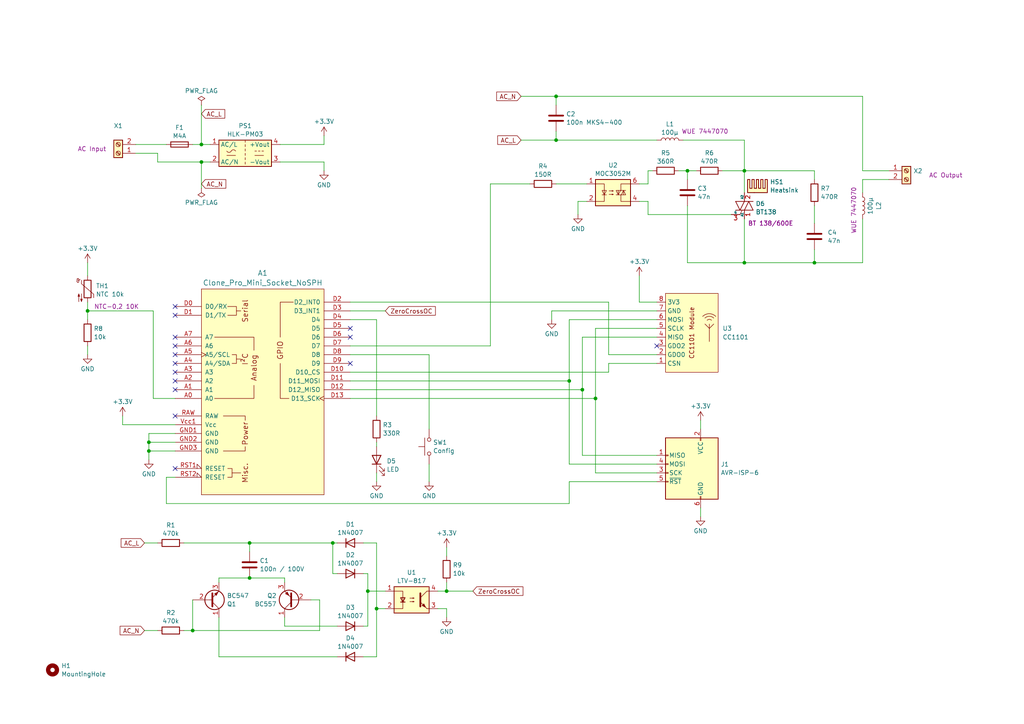
<source format=kicad_sch>
(kicad_sch (version 20231120) (generator "eeschema") (generator_version "8.0")
  (paper "A4")
  (title_block (title "Homematic Phasenanschnittdimmer") (date "2023-12-26") (rev "C (06.04.24)") (company "-") (comment 1 "AsksinPP HM-LC-DIm1L-CV") (comment 2 "RevB: swapped D3 with D7 (ZC, Fire), NTC pinned to 3.3V, MOC3052") (comment 3 "RevC: changed wrong Symbol for TRIAC D6 (1=A1/2=A2)"))
  (lib_symbols
    (symbol "Connector:AVR-ISP-6" (pin_names (offset 1.016))
      (property "Reference" "J" (at -6.35 11.43 0))
      (property "Value" "AVR-ISP-6" (at 0 11.43 0))
      (symbol "AVR-ISP-6_0_1"
        (rectangle (start -2.667 -6.858) (end -2.413 -7.62))
        (rectangle (start -2.667 10.16) (end -2.413 9.398))
        (rectangle (start 7.62 -2.413) (end 6.858 -2.667))
        (rectangle (start 7.62 0.127) (end 6.858 -0.127))
        (rectangle (start 7.62 2.667) (end 6.858 2.413))
        (rectangle (start 7.62 5.207) (end 6.858 4.953))
        (rectangle (start 7.62 10.16) (end -7.62 -7.62) (stroke (width 0.254)) (fill (type background)))
      )
      (symbol "AVR-ISP-6_1_1"
        (pin passive line (at 10.16 5.08 180) (length 2.54) (name "MISO") (number "1"))
        (pin passive line (at -2.54 12.7 270) (length 2.54) (name "VCC") (number "2"))
        (pin passive line (at 10.16 0 180) (length 2.54) (name "SCK") (number "3"))
        (pin passive line (at 10.16 2.54 180) (length 2.54) (name "MOSI") (number "4"))
        (pin passive line (at 10.16 -2.54 180) (length 2.54) (name "~{RST}") (number "5"))
        (pin passive line (at -2.54 -10.16 90) (length 2.54) (name "GND") (number "6"))
      )
    )
    (symbol "Connector:Screw_Terminal_01x02" (pin_names (offset 1.016) hide)
      (property "Reference" "J" (at 0 2.54 0))
      (property "Value" "Screw_Terminal_01x02" (at 0 -5.08 0))
      (symbol "Screw_Terminal_01x02_1_1"
        (rectangle (start -1.27 1.27) (end 1.27 -3.81) (stroke (width 0.254)) (fill (type background)))
        (circle (center 0 -2.54) (radius 0.635) (stroke (width 0.1524)))
        (polyline (pts (xy -0.5334 -2.2098) (xy 0.3302 -3.048)) (stroke (width 0.1524)))
        (polyline (pts (xy -0.5334 0.3302) (xy 0.3302 -0.508)) (stroke (width 0.1524)))
        (polyline (pts (xy -0.3556 -2.032) (xy 0.508 -2.8702)) (stroke (width 0.1524)))
        (polyline (pts (xy -0.3556 0.508) (xy 0.508 -0.3302)) (stroke (width 0.1524)))
        (circle (center 0 0) (radius 0.635) (stroke (width 0.1524)))
        (pin passive line (at -5.08 0 0) (length 3.81) (name "Pin_1") (number "1"))
        (pin passive line (at -5.08 -2.54 0) (length 3.81) (name "Pin_2") (number "2"))
      )
    )
    (symbol "Converter_ACDC:HLK-PM03"
      (property "Reference" "PS" (at 0 5.08 0))
      (property "Value" "HLK-PM03" (at 0 -5.08 0))
      (symbol "HLK-PM03_0_1"
        (rectangle (start -7.62 3.81) (end 7.62 -3.81) (stroke (width 0.254)) (fill (type background)))
        (arc (start -5.334 0.635) (mid -4.699 0.2495) (end -4.064 0.635))
        (arc (start -2.794 0.635) (mid -3.429 1.0072) (end -4.064 0.635))
        (polyline (pts (xy -5.334 -0.635) (xy -2.794 -0.635)))
        (polyline (pts (xy 0 -2.54) (xy 0 -3.175)))
        (polyline (pts (xy 0 -1.27) (xy 0 -1.905)))
        (polyline (pts (xy 0 0) (xy 0 -0.635)))
        (polyline (pts (xy 0 1.27) (xy 0 0.635)))
        (polyline (pts (xy 0 2.54) (xy 0 1.905)))
        (polyline (pts (xy 0 3.81) (xy 0 3.175)))
        (polyline (pts (xy 2.794 -0.635) (xy 5.334 -0.635)))
        (polyline (pts (xy 2.794 0.635) (xy 3.302 0.635)))
        (polyline (pts (xy 3.81 0.635) (xy 4.318 0.635)))
        (polyline (pts (xy 4.826 0.635) (xy 5.334 0.635)))
      )
      (symbol "HLK-PM03_1_1"
        (pin power_in line (at -10.16 2.54 0) (length 2.54) (name "AC/L") (number "1"))
        (pin power_in line (at -10.16 -2.54 0) (length 2.54) (name "AC/N") (number "2"))
        (pin power_out line (at 10.16 -2.54 180) (length 2.54) (name "-Vout") (number "3"))
        (pin power_out line (at 10.16 2.54 180) (length 2.54) (name "+Vout") (number "4"))
      )
    )
    (symbol "Device:C" (pin_numbers hide) (pin_names (offset 0.254))
      (property "Reference" "C" (at 0.635 2.54 0))
      (property "Value" "C" (at 0.635 -2.54 0))
      (symbol "C_0_1"
        (polyline (pts (xy -2.032 -0.762) (xy 2.032 -0.762)) (stroke (width 0.508)))
        (polyline (pts (xy -2.032 0.762) (xy 2.032 0.762)) (stroke (width 0.508)))
      )
      (symbol "C_1_1"
        (pin passive line (at 0 3.81 270) (length 2.794) (name "~") (number "1"))
        (pin passive line (at 0 -3.81 90) (length 2.794) (name "~") (number "2"))
      )
    )
    (symbol "Device:Fuse" (pin_numbers hide) (pin_names (offset 0))
      (property "Reference" "F" (at 2.032 0 90))
      (property "Value" "Fuse" (at -1.905 0 90))
      (symbol "Fuse_0_1"
        (rectangle (start -0.762 -2.54) (end 0.762 2.54) (stroke (width 0.254)))
        (polyline (pts (xy 0 2.54) (xy 0 -2.54)))
      )
      (symbol "Fuse_1_1"
        (pin passive line (at 0 3.81 270) (length 1.27) (name "~") (number "1"))
        (pin passive line (at 0 -3.81 90) (length 1.27) (name "~") (number "2"))
      )
    )
    (symbol "Device:L" (pin_numbers hide) (pin_names (offset 1.016) hide)
      (property "Reference" "L" (at -1.27 0 90))
      (property "Value" "L" (at 1.905 0 90))
      (symbol "L_0_1"
        (arc (start 0 -2.54) (mid 0.6323 -1.905) (end 0 -1.27))
        (arc (start 0 -1.27) (mid 0.6323 -0.635) (end 0 0))
        (arc (start 0 0) (mid 0.6323 0.635) (end 0 1.27))
        (arc (start 0 1.27) (mid 0.6323 1.905) (end 0 2.54))
      )
      (symbol "L_1_1"
        (pin passive line (at 0 3.81 270) (length 1.27) (name "1") (number "1"))
        (pin passive line (at 0 -3.81 90) (length 1.27) (name "2") (number "2"))
      )
    )
    (symbol "Device:LED" (pin_numbers hide) (pin_names (offset 1.016) hide)
      (property "Reference" "D" (at 0 2.54 0))
      (property "Value" "LED" (at 0 -2.54 0))
      (symbol "LED_0_1"
        (polyline (pts (xy -1.27 -1.27) (xy -1.27 1.27)) (stroke (width 0.254)))
        (polyline (pts (xy -1.27 0) (xy 1.27 0)))
        (polyline (pts (xy 1.27 -1.27) (xy 1.27 1.27) (xy -1.27 0) (xy 1.27 -1.27)) (stroke (width 0.254)))
        (polyline (pts (xy -3.048 -0.762) (xy -4.572 -2.286) (xy -3.81 -2.286) (xy -4.572 -2.286) (xy -4.572 -1.524)))
        (polyline (pts (xy -1.778 -0.762) (xy -3.302 -2.286) (xy -2.54 -2.286) (xy -3.302 -2.286) (xy -3.302 -1.524)))
      )
      (symbol "LED_1_1"
        (pin passive line (at -3.81 0 0) (length 2.54) (name "K") (number "1"))
        (pin passive line (at 3.81 0 180) (length 2.54) (name "A") (number "2"))
      )
    )
    (symbol "Device:Q_TRIAC_A1A2G" (pin_names (offset 0))
      (property "Reference" "D" (at 3.175 0.635 0))
      (property "Value" "Q_TRIAC_A1A2G" (at 3.175 -1.27 0))
      (symbol "Q_TRIAC_A1A2G_0_1"
        (polyline (pts (xy -2.54 -1.27) (xy 2.54 -1.27)) (stroke (width 0.2032)))
        (polyline (pts (xy -2.54 1.27) (xy 2.54 1.27)) (stroke (width 0.2032)))
        (polyline (pts (xy -1.27 -2.54) (xy -0.635 -1.27)))
        (polyline (pts (xy -2.54 1.27) (xy -1.27 -1.27) (xy 0 1.27)) (stroke (width 0.2032)))
        (polyline (pts (xy 0 -1.27) (xy 1.27 1.27) (xy 2.54 -1.27)) (stroke (width 0.2032)))
      )
      (symbol "Q_TRIAC_A1A2G_1_1"
        (pin passive line (at 0 -3.81 90) (length 2.54) (name "A1") (number "1"))
        (pin passive line (at 0 3.81 270) (length 2.54) (name "A2") (number "2"))
        (pin input line (at -3.81 -2.54 0) (length 2.54) (name "G") (number "3"))
      )
    )
    (symbol "Device:R" (pin_numbers hide) (pin_names (offset 0))
      (property "Reference" "R" (at 2.032 0 90))
      (property "Value" "R" (at 0 0 90))
      (symbol "R_0_1"
        (rectangle (start -1.016 -2.54) (end 1.016 2.54) (stroke (width 0.254)))
      )
      (symbol "R_1_1"
        (pin passive line (at 0 3.81 270) (length 1.27) (name "~") (number "1"))
        (pin passive line (at 0 -3.81 90) (length 1.27) (name "~") (number "2"))
      )
    )
    (symbol "Device:Thermistor_NTC" (pin_numbers hide) (pin_names (offset 0))
      (property "Reference" "TH" (at -4.445 0 90))
      (property "Value" "Thermistor_NTC" (at 3.175 0 90))
      (symbol "Thermistor_NTC_0_1"
        (arc (start -3.048 2.159) (mid -3.0495 2.3143) (end -3.175 2.413))
        (arc (start -3.048 2.159) (mid -2.9736 1.9794) (end -2.794 1.905))
        (arc (start -3.048 2.794) (mid -2.9736 2.6144) (end -2.794 2.54))
        (arc (start -2.794 1.905) (mid -2.6144 1.9794) (end -2.54 2.159))
        (arc (start -2.794 2.54) (mid -2.4393 2.5587) (end -2.159 2.794))
        (arc (start -2.794 3.048) (mid -2.9736 2.9736) (end -3.048 2.794))
        (arc (start -2.54 2.794) (mid -2.6144 2.9736) (end -2.794 3.048))
        (rectangle (start -1.016 2.54) (end 1.016 -2.54) (stroke (width 0.254)))
        (polyline (pts (xy -2.54 2.159) (xy -2.54 2.794)))
        (polyline (pts (xy -1.778 2.54) (xy -1.778 1.524) (xy 1.778 -1.524) (xy 1.778 -2.54)))
        (polyline (pts (xy -2.54 -3.683) (xy -2.54 -1.397) (xy -2.794 -2.159) (xy -2.286 -2.159) (xy -2.54 -1.397) (xy -2.54 -1.651)) (fill (type outline)))
        (polyline (pts (xy -1.778 -1.397) (xy -1.778 -3.683) (xy -2.032 -2.921) (xy -1.524 -2.921) (xy -1.778 -3.683) (xy -1.778 -3.429)) (fill (type outline)))
      )
      (symbol "Thermistor_NTC_1_1"
        (pin passive line (at 0 3.81 270) (length 1.27) (name "~") (number "1"))
        (pin passive line (at 0 -3.81 90) (length 1.27) (name "~") (number "2"))
      )
    )
    (symbol "Diode:1N4007" (pin_numbers hide) (pin_names hide)
      (property "Reference" "D" (at 0 2.54 0))
      (property "Value" "1N4007" (at 0 -2.54 0))
      (symbol "1N4007_0_1"
        (polyline (pts (xy -1.27 1.27) (xy -1.27 -1.27)) (stroke (width 0.254)))
        (polyline (pts (xy 1.27 0) (xy -1.27 0)))
        (polyline (pts (xy 1.27 1.27) (xy 1.27 -1.27) (xy -1.27 0) (xy 1.27 1.27)) (stroke (width 0.254)))
      )
      (symbol "1N4007_1_1"
        (pin passive line (at -3.81 0 0) (length 2.54) (name "K") (number "1"))
        (pin passive line (at 3.81 0 180) (length 2.54) (name "A") (number "2"))
      )
    )
    (symbol "Eigenes:CC1101Module"
      (property "Reference" "U2" (at 8.89 1.27 0))
      (property "Value" "CC1101" (at 12.7 -1.27 0))
      (symbol "CC1101Module_0_1"
        (polyline (pts (xy 5.08 1.27) (xy 5.08 2.54)))
        (polyline (pts (xy 5.08 1.27) (xy 6.35 2.54)))
        (polyline (pts (xy 5.08 -2.54) (xy 5.08 1.27) (xy 3.81 2.54)))
        (arc (start 5.7105 3.6253) (mid 5.0755 3.8883) (end 4.4405 3.6253))
        (arc (start 6.3455 4.2604) (mid 5.0755 4.7864) (end 3.8055 4.2604))
        (arc (start 6.9543 4.7403) (mid 5.0493 5.5287) (end 3.1443 4.7403))
      )
      (symbol "CC1101Module_1_1"
        (rectangle (start -7.62 11.43) (end 7.62 -11.43) (fill (type background)))
        (text "CC1101 Module" (at 0 0 900) (effects (font (size 1.27 1.27))))
        (pin input line (at -10.16 -8.89 0) (length 2.54) (name "CSN") (number "1"))
        (pin no_connect line (at 7.62 -7.62 180) (length 2.54) hide (name "Antenna") (number "10"))
        (pin no_connect line (at 7.62 -5.08 180) (length 2.54) hide (name "GNDA2") (number "11"))
        (pin output line (at -10.16 -6.35 0) (length 2.54) (name "GDO0") (number "2"))
        (pin output line (at -10.16 -3.81 0) (length 2.54) (name "GDO2") (number "3"))
        (pin output line (at -10.16 -1.27 0) (length 2.54) (name "MISO") (number "4"))
        (pin input line (at -10.16 1.27 0) (length 2.54) (name "SCLK") (number "5"))
        (pin input line (at -10.16 3.81 0) (length 2.54) (name "MOSI") (number "6"))
        (pin power_in line (at -10.16 6.35 0) (length 2.54) (name "GND") (number "7"))
        (pin power_in line (at -10.16 8.89 0) (length 2.54) (name "3V3") (number "8"))
        (pin no_connect line (at 7.62 -10.16 180) (length 2.54) hide (name "GNDA1") (number "9"))
      )
    )
    (symbol "Isolator:LTV-817" (pin_names (offset 1.016))
      (property "Reference" "U" (at -5.08 5.08 0))
      (property "Value" "LTV-817" (at 0 5.08 0))
      (symbol "LTV-817_0_1"
        (rectangle (start -5.08 3.81) (end 5.08 -3.81) (stroke (width 0.254)) (fill (type background)))
        (polyline (pts (xy -3.175 -0.635) (xy -1.905 -0.635)) (stroke (width 0.254)))
        (polyline (pts (xy 2.54 0.635) (xy 4.445 2.54)))
        (polyline (pts (xy 4.445 -2.54) (xy 2.54 -0.635)) (fill (type outline)))
        (polyline (pts (xy 4.445 -2.54) (xy 5.08 -2.54)))
        (polyline (pts (xy 4.445 2.54) (xy 5.08 2.54)))
        (polyline (pts (xy -5.08 2.54) (xy -2.54 2.54) (xy -2.54 -0.762)))
        (polyline (pts (xy -2.54 -0.635) (xy -2.54 -2.54) (xy -5.08 -2.54)))
        (polyline (pts (xy 2.54 1.905) (xy 2.54 -1.905) (xy 2.54 -1.905)) (stroke (width 0.508)))
        (polyline (pts (xy -2.54 -0.635) (xy -3.175 0.635) (xy -1.905 0.635) (xy -2.54 -0.635)) (stroke (width 0.254)))
        (polyline (pts (xy -0.508 -0.508) (xy 0.762 -0.508) (xy 0.381 -0.635) (xy 0.381 -0.381) (xy 0.762 -0.508)))
        (polyline (pts (xy -0.508 0.508) (xy 0.762 0.508) (xy 0.381 0.381) (xy 0.381 0.635) (xy 0.762 0.508)))
        (polyline (pts (xy 3.048 -1.651) (xy 3.556 -1.143) (xy 4.064 -2.159) (xy 3.048 -1.651) (xy 3.048 -1.651)) (fill (type outline)))
      )
      (symbol "LTV-817_1_1"
        (pin passive line (at -7.62 2.54 0) (length 2.54) (name "~") (number "1"))
        (pin passive line (at -7.62 -2.54 0) (length 2.54) (name "~") (number "2"))
        (pin passive line (at 7.62 -2.54 180) (length 2.54) (name "~") (number "3"))
        (pin passive line (at 7.62 2.54 180) (length 2.54) (name "~") (number "4"))
      )
    )
    (symbol "Mechanical:Heatsink" (pin_names (offset 1.016))
      (property "Reference" "HS" (at 0 5.08 0))
      (property "Value" "Heatsink" (at 0 -1.27 0))
      (symbol "Heatsink_0_1"
        (polyline (pts (xy -0.3302 1.27) (xy -0.9652 1.27) (xy -0.9652 3.81) (xy -1.6002 3.81) (xy -1.6002 1.27) (xy -2.2352 1.27) (xy -2.2352 3.81) (xy -2.8702 3.81) (xy -2.8702 0) (xy -0.9652 0)) (stroke (width 0.254)) (fill (type background)))
        (polyline (pts (xy -0.3302 1.27) (xy -0.3302 3.81) (xy 0.3048 3.81) (xy 0.3048 1.27) (xy 0.9398 1.27) (xy 0.9398 3.81) (xy 1.5748 3.81) (xy 1.5748 1.27) (xy 2.2098 1.27) (xy 2.2098 3.81) (xy 2.8448 3.81) (xy 2.8448 0) (xy -0.9652 0)) (stroke (width 0.254)) (fill (type background)))
      )
    )
    (symbol "Mechanical:MountingHole" (pin_names (offset 1.016))
      (property "Reference" "H" (at 0 5.08 0))
      (property "Value" "MountingHole" (at 0 3.175 0))
      (symbol "MountingHole_0_1"
        (circle (center 0 0) (radius 1.27) (stroke (width 1.27)))
      )
    )
    (symbol "PCM_arduino-library:Clone_Pro_Mini_Socket_NoSPH" (pin_names (offset 1.016))
      (property "Reference" "A" (at 0 36.83 0))
      (property "Value" "Clone_Pro_Mini_Socket_NoSPH" (at 0 33.02 0))
      (symbol "Clone_Pro_Mini_Socket_NoSPH_0_0"
        (rectangle (start -17.78 30.48) (end 17.78 -29.21) (fill (type background)))
        (polyline (pts (xy -7.62 10.16) (xy -6.35 10.16)))
        (polyline (pts (xy -7.62 24.13) (xy -6.35 24.13)))
        (polyline (pts (xy -6.35 -22.86) (xy -8.89 -22.86)))
        (polyline (pts (xy -11.43 -16.51) (xy -5.08 -16.51) (xy -5.08 -15.24)))
        (polyline (pts (xy -5.08 -7.62) (xy -5.08 -6.35) (xy -11.43 -6.35)))
        (polyline (pts (xy -2.54 2.54) (xy -2.54 -1.27) (xy -13.97 -1.27)))
        (polyline (pts (xy -2.54 12.7) (xy -2.54 16.51) (xy -13.97 16.51)))
        (polyline (pts (xy -10.16 25.4) (xy -7.62 25.4) (xy -7.62 22.86) (xy -10.16 22.86)))
        (polyline (pts (xy -8.89 11.43) (xy -7.62 11.43) (xy -7.62 8.89) (xy -8.89 8.89)))
        (text "Analog" (at -2.54 7.62 900) (effects (font (size 1.524 1.524))))
        (text "I²C" (at -5.08 10.16 900) (effects (font (size 1.524 1.524))))
        (text "Misc." (at -5.08 -22.86 900) (effects (font (size 1.524 1.524))))
        (text "Power" (at -5.08 -11.43 900) (effects (font (size 1.524 1.524))))
        (text "Serial" (at -5.08 24.13 900) (effects (font (size 1.524 1.524))))
      )
      (symbol "Clone_Pro_Mini_Socket_NoSPH_0_1"
        (polyline (pts (xy 7.62 -1.27) (xy 5.08 -1.27) (xy 5.08 8.89)))
        (polyline (pts (xy 8.89 26.67) (xy 5.08 26.67) (xy 5.08 16.51)))
        (polyline (pts (xy -10.16 -24.13) (xy -8.89 -24.13) (xy -8.89 -21.59) (xy -10.16 -21.59)))
      )
      (symbol "Clone_Pro_Mini_Socket_NoSPH_1_0"
        (text "GPIO" (at 5.08 12.7 900) (effects (font (size 1.524 1.524))))
      )
      (symbol "Clone_Pro_Mini_Socket_NoSPH_1_1"
        (pin bidirectional line (at -25.4 -1.27 0) (length 7.62) (name "A0") (number "A0"))
        (pin bidirectional line (at -25.4 1.27 0) (length 7.62) (name "A1") (number "A1"))
        (pin bidirectional line (at -25.4 3.81 0) (length 7.62) (name "A2") (number "A2"))
        (pin bidirectional line (at -25.4 6.35 0) (length 7.62) (name "A3") (number "A3"))
        (pin bidirectional line (at -25.4 8.89 0) (length 7.62) (name "A4/SDA") (number "A4"))
        (pin bidirectional clock (at -25.4 11.43 0) (length 7.62) (name "A5/SCL") (number "A5"))
        (pin input line (at -25.4 13.97 0) (length 7.62) (name "A6") (number "A6"))
        (pin input line (at -25.4 16.51 0) (length 7.62) (name "A7") (number "A7"))
        (pin bidirectional line (at -25.4 25.4 0) (length 7.62) (name "D0/RX") (number "D0"))
        (pin bidirectional line (at -25.4 22.86 0) (length 7.62) (name "D1/TX") (number "D1"))
        (pin bidirectional line (at 25.4 6.35 180) (length 7.62) (name "D10_CS") (number "D10"))
        (pin bidirectional line (at 25.4 3.81 180) (length 7.62) (name "D11_MOSI") (number "D11"))
        (pin bidirectional line (at 25.4 1.27 180) (length 7.62) (name "D12_MISO") (number "D12"))
        (pin bidirectional clock (at 25.4 -1.27 180) (length 7.62) (name "D13_SCK") (number "D13"))
        (pin bidirectional line (at 25.4 26.67 180) (length 7.62) (name "D2_INT0") (number "D2"))
        (pin bidirectional line (at 25.4 24.13 180) (length 7.62) (name "D3_INT1") (number "D3"))
        (pin bidirectional line (at 25.4 21.59 180) (length 7.62) (name "D4") (number "D4"))
        (pin bidirectional line (at 25.4 19.05 180) (length 7.62) (name "D5") (number "D5"))
        (pin bidirectional line (at 25.4 16.51 180) (length 7.62) (name "D6") (number "D6"))
        (pin bidirectional line (at 25.4 13.97 180) (length 7.62) (name "D7") (number "D7"))
        (pin bidirectional line (at 25.4 11.43 180) (length 7.62) (name "D8") (number "D8"))
        (pin bidirectional line (at 25.4 8.89 180) (length 7.62) (name "D9") (number "D9"))
        (pin power_in line (at -25.4 -11.43 0) (length 7.62) (name "GND") (number "GND1"))
        (pin power_in line (at -25.4 -13.97 0) (length 7.62) (name "GND") (number "GND2"))
        (pin power_in line (at -25.4 -16.51 0) (length 7.62) (name "GND") (number "GND3"))
        (pin power_in line (at -25.4 -6.35 0) (length 7.62) (name "RAW") (number "RAW"))
        (pin open_collector input_low (at -25.4 -21.59 0) (length 7.62) (name "RESET") (number "RST1"))
        (pin open_collector input_low (at -25.4 -24.13 0) (length 7.62) (name "RESET") (number "RST2"))
        (pin power_in line (at -25.4 -8.89 0) (length 7.62) (name "Vcc") (number "Vcc1"))
      )
    )
    (symbol "Relay_SolidState:MOC3020M"
      (property "Reference" "U" (at -5.334 4.826 0))
      (property "Value" "MOC3020M" (at 0 5.08 0))
      (symbol "MOC3020M_0_1"
        (rectangle (start -5.08 3.81) (end 5.08 -3.81) (stroke (width 0.254)) (fill (type background)))
        (polyline (pts (xy -3.175 -0.635) (xy -1.905 -0.635)))
        (polyline (pts (xy 1.524 -0.635) (xy 1.524 0.635)))
        (polyline (pts (xy 3.048 0.635) (xy 3.048 -0.635)))
        (polyline (pts (xy 2.286 -0.635) (xy 2.286 -2.54) (xy 5.08 -2.54)))
        (polyline (pts (xy 2.286 0.635) (xy 2.286 2.54) (xy 5.08 2.54)))
        (polyline (pts (xy -5.08 2.54) (xy -2.54 2.54) (xy -2.54 -2.54) (xy -5.08 -2.54)))
        (polyline (pts (xy -2.54 -0.635) (xy -3.175 0.635) (xy -1.905 0.635) (xy -2.54 -0.635)))
        (polyline (pts (xy 0.889 -0.635) (xy 3.683 -0.635) (xy 3.048 0.635) (xy 2.413 -0.635)))
        (polyline (pts (xy 3.683 0.635) (xy 0.889 0.635) (xy 1.524 -0.635) (xy 2.159 0.635)))
        (polyline (pts (xy -1.143 -0.508) (xy 0.127 -0.508) (xy -0.254 -0.635) (xy -0.254 -0.381) (xy 0.127 -0.508)))
        (polyline (pts (xy -1.143 0.508) (xy 0.127 0.508) (xy -0.254 0.381) (xy -0.254 0.635) (xy 0.127 0.508)))
      )
      (symbol "MOC3020M_1_1"
        (pin passive line (at -7.62 2.54 0) (length 2.54) (name "~") (number "1"))
        (pin passive line (at -7.62 -2.54 0) (length 2.54) (name "~") (number "2"))
        (pin no_connect line (at -5.08 0 0) (length 2.54) hide (name "NC") (number "3"))
        (pin passive line (at 7.62 -2.54 180) (length 2.54) (name "~") (number "4"))
        (pin no_connect line (at 5.08 0 180) (length 2.54) hide (name "NC") (number "5"))
        (pin passive line (at 7.62 2.54 180) (length 2.54) (name "~") (number "6"))
      )
    )
    (symbol "Switch:SW_Push" (pin_numbers hide) (pin_names (offset 1.016) hide)
      (property "Reference" "SW" (at 1.27 2.54 0))
      (property "Value" "SW_Push" (at 0 -1.524 0))
      (symbol "SW_Push_0_1"
        (circle (center -2.032 0) (radius 0.508))
        (polyline (pts (xy 0 1.27) (xy 0 3.048)))
        (polyline (pts (xy 2.54 1.27) (xy -2.54 1.27)))
        (circle (center 2.032 0) (radius 0.508))
        (pin passive line (at -5.08 0 0) (length 2.54) (name "1") (number "1"))
        (pin passive line (at 5.08 0 180) (length 2.54) (name "2") (number "2"))
      )
    )
    (symbol "Transistor_BJT:BC547" (pin_names (offset 0) hide)
      (property "Reference" "Q" (at 5.08 1.905 0))
      (property "Value" "BC547" (at 5.08 0 0))
      (symbol "BC547_0_1"
        (polyline (pts (xy 0 0) (xy 0.635 0)))
        (polyline (pts (xy 0.635 0.635) (xy 2.54 2.54)))
        (polyline (pts (xy 0.635 -0.635) (xy 2.54 -2.54) (xy 2.54 -2.54)))
        (polyline (pts (xy 0.635 1.905) (xy 0.635 -1.905) (xy 0.635 -1.905)) (stroke (width 0.508)))
        (polyline (pts (xy 1.27 -1.778) (xy 1.778 -1.27) (xy 2.286 -2.286) (xy 1.27 -1.778) (xy 1.27 -1.778)) (fill (type outline)))
        (circle (center 1.27 0) (radius 2.8194) (stroke (width 0.254)))
      )
      (symbol "BC547_1_1"
        (pin passive line (at 2.54 5.08 270) (length 2.54) (name "C") (number "1"))
        (pin input line (at -5.08 0 0) (length 5.08) (name "B") (number "2"))
        (pin passive line (at 2.54 -5.08 90) (length 2.54) (name "E") (number "3"))
      )
    )
    (symbol "Transistor_BJT:BC557" (pin_names (offset 0) hide)
      (property "Reference" "Q" (at 5.08 1.905 0))
      (property "Value" "BC557" (at 5.08 0 0))
      (symbol "BC557_0_1"
        (polyline (pts (xy 0.635 0.635) (xy 2.54 2.54)))
        (polyline (pts (xy 0.635 -0.635) (xy 2.54 -2.54) (xy 2.54 -2.54)))
        (polyline (pts (xy 0.635 1.905) (xy 0.635 -1.905) (xy 0.635 -1.905)) (stroke (width 0.508)))
        (polyline (pts (xy 2.286 -1.778) (xy 1.778 -2.286) (xy 1.27 -1.27) (xy 2.286 -1.778) (xy 2.286 -1.778)) (fill (type outline)))
        (circle (center 1.27 0) (radius 2.8194) (stroke (width 0.254)))
      )
      (symbol "BC557_1_1"
        (pin passive line (at 2.54 5.08 270) (length 2.54) (name "C") (number "1"))
        (pin input line (at -5.08 0 0) (length 5.715) (name "B") (number "2"))
        (pin passive line (at 2.54 -5.08 90) (length 2.54) (name "E") (number "3"))
      )
    )
    (symbol "power:+3.3V" (power) (pin_names (offset 0))
      (property "Value" "+3.3V" (at 0 3.556 0))
      (symbol "+3.3V_0_1"
        (polyline (pts (xy -0.762 1.27) (xy 0 2.54)))
        (polyline (pts (xy 0 0) (xy 0 2.54)))
        (polyline (pts (xy 0 2.54) (xy 0.762 1.27)))
      )
      (symbol "+3.3V_1_1"
        (pin power_in line (at 0 0 90) (length 0) hide (name "+3.3V") (number "1"))
      )
    )
    (symbol "power:GND" (power) (pin_names (offset 0))
      (property "Value" "GND" (at 0 -3.81 0))
      (symbol "GND_0_1"
        (polyline (pts (xy 0 0) (xy 0 -1.27) (xy 1.27 -1.27) (xy 0 -2.54) (xy -1.27 -1.27) (xy 0 -1.27)))
      )
      (symbol "GND_1_1"
        (pin power_in line (at 0 0 270) (length 0) hide (name "GND") (number "1"))
      )
    )
    (symbol "power:PWR_FLAG" (power) (pin_numbers hide) (pin_names (offset 0) hide)
      (property "Value" "PWR_FLAG" (at 0 3.81 0))
      (symbol "PWR_FLAG_0_0"
        (pin power_out line (at 0 0 90) (length 0) (name "pwr") (number "1"))
      )
      (symbol "PWR_FLAG_0_1"
        (polyline (pts (xy 0 0) (xy 0 1.27) (xy -1.016 1.905) (xy 0 2.54) (xy 1.016 1.905) (xy 0 1.27)))
      )
    )
  )
  (junction (at 161.29 27.94))
  (junction (at 168.91 113.03))
  (junction (at 58.42 41.91))
  (junction (at 58.42 46.99))
  (junction (at 215.9 76.2))
  (junction (at 25.4 90.17))
  (junction (at 236.22 76.2))
  (junction (at 96.52 157.48))
  (junction (at 199.39 49.53))
  (junction (at 106.68 171.45))
  (junction (at 43.18 130.81))
  (junction (at 161.29 40.64))
  (junction (at 55.88 182.88))
  (junction (at 172.72 115.57))
  (junction (at 43.18 128.27))
  (junction (at 72.39 157.48))
  (junction (at 72.39 167.64))
  (junction (at 165.1 110.49))
  (junction (at 109.22 176.53))
  (junction (at 215.9 49.53))
  (junction (at 129.54 171.45))
  (no_connect (at 50.8 107.95))
  (no_connect (at 101.6 105.41))
  (no_connect (at 50.8 91.44))
  (no_connect (at 50.8 120.65))
  (no_connect (at 50.8 102.87))
  (no_connect (at 101.6 95.25))
  (no_connect (at 50.8 88.9))
  (no_connect (at 50.8 110.49))
  (no_connect (at 50.8 113.03))
  (no_connect (at 190.5 100.33))
  (no_connect (at 50.8 97.79))
  (no_connect (at 50.8 135.89))
  (no_connect (at 101.6 97.79))
  (no_connect (at 50.8 105.41))
  (no_connect (at 50.8 100.33))
  (wire (pts (xy 109.22 176.53) (xy 111.76 176.53)))
  (wire (pts (xy 109.22 176.53) (xy 109.22 190.5)))
  (wire (pts (xy 43.18 128.27) (xy 43.18 130.81)))
  (wire (pts (xy 172.72 95.25) (xy 172.72 115.57)))
  (wire (pts (xy 176.53 105.41) (xy 190.5 105.41)))
  (wire (pts (xy 92.71 182.88) (xy 55.88 182.88)))
  (wire (pts (xy 168.91 97.79) (xy 168.91 113.03)))
  (wire (pts (xy 236.22 49.53) (xy 215.9 49.53)))
  (wire (pts (xy 101.6 115.57) (xy 172.72 115.57)))
  (wire (pts (xy 39.37 41.91) (xy 48.26 41.91)))
  (wire (pts (xy 105.41 157.48) (xy 109.22 157.48)))
  (wire (pts (xy 190.5 132.08) (xy 168.91 132.08)))
  (wire (pts (xy 190.5 102.87) (xy 176.53 102.87)))
  (wire (pts (xy 93.98 39.37) (xy 93.98 41.91)))
  (wire (pts (xy 90.17 173.99) (xy 92.71 173.99)))
  (wire (pts (xy 185.42 53.34) (xy 187.96 53.34)))
  (wire (pts (xy 82.55 179.07) (xy 82.55 181.61)))
  (wire (pts (xy 161.29 38.1) (xy 161.29 40.64)))
  (wire (pts (xy 165.1 134.62) (xy 165.1 110.49)))
  (wire (pts (xy 151.13 40.64) (xy 161.29 40.64)))
  (wire (pts (xy 106.68 181.61) (xy 105.41 181.61)))
  (wire (pts (xy 250.19 76.2) (xy 236.22 76.2)))
  (wire (pts (xy 96.52 157.48) (xy 97.79 157.48)))
  (wire (pts (xy 82.55 181.61) (xy 97.79 181.61)))
  (wire (pts (xy 165.1 139.7) (xy 190.5 139.7)))
  (wire (pts (xy 250.19 27.94) (xy 250.19 49.53)))
  (wire (pts (xy 196.85 49.53) (xy 199.39 49.53)))
  (wire (pts (xy 215.9 63.5) (xy 215.9 76.2)))
  (wire (pts (xy 50.8 128.27) (xy 43.18 128.27)))
  (wire (pts (xy 215.9 76.2) (xy 199.39 76.2)))
  (wire (pts (xy 161.29 53.34) (xy 170.18 53.34)))
  (wire (pts (xy 48.26 138.43) (xy 48.26 146.05)))
  (wire (pts (xy 106.68 166.37) (xy 106.68 171.45)))
  (wire (pts (xy 55.88 173.99) (xy 55.88 182.88)))
  (wire (pts (xy 176.53 107.95) (xy 176.53 105.41)))
  (wire (pts (xy 187.96 58.42) (xy 187.96 62.23)))
  (wire (pts (xy 185.42 80.01) (xy 185.42 87.63)))
  (wire (pts (xy 58.42 30.48) (xy 58.42 41.91)))
  (wire (pts (xy 168.91 132.08) (xy 168.91 113.03)))
  (wire (pts (xy 160.02 90.17) (xy 160.02 92.71)))
  (wire (pts (xy 72.39 167.64) (xy 63.5 167.64)))
  (wire (pts (xy 63.5 167.64) (xy 63.5 168.91)))
  (wire (pts (xy 101.6 100.33) (xy 142.24 100.33)))
  (wire (pts (xy 109.22 137.16) (xy 109.22 139.7)))
  (wire (pts (xy 50.8 130.81) (xy 43.18 130.81)))
  (wire (pts (xy 236.22 72.39) (xy 236.22 76.2)))
  (wire (pts (xy 190.5 90.17) (xy 160.02 90.17)))
  (wire (pts (xy 172.72 115.57) (xy 172.72 137.16)))
  (wire (pts (xy 101.6 90.17) (xy 111.76 90.17)))
  (wire (pts (xy 203.2 121.92) (xy 203.2 124.46)))
  (wire (pts (xy 124.46 134.62) (xy 124.46 139.7)))
  (wire (pts (xy 101.6 107.95) (xy 176.53 107.95)))
  (wire (pts (xy 209.55 49.53) (xy 215.9 49.53)))
  (wire (pts (xy 39.37 44.45) (xy 45.72 44.45)))
  (wire (pts (xy 129.54 171.45) (xy 137.16 171.45)))
  (wire (pts (xy 25.4 87.63) (xy 25.4 90.17)))
  (wire (pts (xy 55.88 182.88) (xy 53.34 182.88)))
  (wire (pts (xy 58.42 41.91) (xy 60.96 41.91)))
  (wire (pts (xy 129.54 158.75) (xy 129.54 161.29)))
  (wire (pts (xy 187.96 49.53) (xy 189.23 49.53)))
  (wire (pts (xy 142.24 53.34) (xy 142.24 100.33)))
  (wire (pts (xy 106.68 171.45) (xy 111.76 171.45)))
  (wire (pts (xy 257.81 52.07) (xy 250.19 52.07)))
  (wire (pts (xy 109.22 157.48) (xy 109.22 176.53)))
  (wire (pts (xy 50.8 125.73) (xy 43.18 125.73)))
  (wire (pts (xy 58.42 46.99) (xy 60.96 46.99)))
  (wire (pts (xy 55.88 41.91) (xy 58.42 41.91)))
  (wire (pts (xy 109.22 92.71) (xy 109.22 120.65)))
  (wire (pts (xy 161.29 27.94) (xy 250.19 27.94)))
  (wire (pts (xy 199.39 76.2) (xy 199.39 59.69)))
  (wire (pts (xy 203.2 147.32) (xy 203.2 149.86)))
  (wire (pts (xy 53.34 157.48) (xy 72.39 157.48)))
  (wire (pts (xy 161.29 30.48) (xy 161.29 27.94)))
  (wire (pts (xy 44.45 115.57) (xy 44.45 90.17)))
  (wire (pts (xy 215.9 49.53) (xy 215.9 55.88)))
  (wire (pts (xy 185.42 87.63) (xy 190.5 87.63)))
  (wire (pts (xy 25.4 76.2) (xy 25.4 80.01)))
  (wire (pts (xy 63.5 179.07) (xy 63.5 190.5)))
  (wire (pts (xy 185.42 58.42) (xy 187.96 58.42)))
  (wire (pts (xy 190.5 137.16) (xy 172.72 137.16)))
  (wire (pts (xy 96.52 166.37) (xy 96.52 157.48)))
  (wire (pts (xy 236.22 52.07) (xy 236.22 49.53)))
  (wire (pts (xy 165.1 92.71) (xy 165.1 110.49)))
  (wire (pts (xy 109.22 128.27) (xy 109.22 129.54)))
  (wire (pts (xy 81.28 46.99) (xy 93.98 46.99)))
  (wire (pts (xy 43.18 130.81) (xy 43.18 133.35)))
  (wire (pts (xy 41.91 157.48) (xy 45.72 157.48)))
  (wire (pts (xy 129.54 168.91) (xy 129.54 171.45)))
  (wire (pts (xy 187.96 53.34) (xy 187.96 49.53)))
  (wire (pts (xy 63.5 190.5) (xy 97.79 190.5)))
  (wire (pts (xy 48.26 146.05) (xy 165.1 146.05)))
  (wire (pts (xy 127 176.53) (xy 129.54 176.53)))
  (wire (pts (xy 101.6 87.63) (xy 176.53 87.63)))
  (wire (pts (xy 105.41 166.37) (xy 106.68 166.37)))
  (wire (pts (xy 92.71 173.99) (xy 92.71 182.88)))
  (wire (pts (xy 172.72 95.25) (xy 190.5 95.25)))
  (wire (pts (xy 257.81 49.53) (xy 250.19 49.53)))
  (wire (pts (xy 25.4 100.33) (xy 25.4 102.87)))
  (wire (pts (xy 250.19 52.07) (xy 250.19 55.88)))
  (wire (pts (xy 199.39 49.53) (xy 199.39 52.07)))
  (wire (pts (xy 151.13 27.94) (xy 161.29 27.94)))
  (wire (pts (xy 161.29 40.64) (xy 190.5 40.64)))
  (wire (pts (xy 72.39 157.48) (xy 96.52 157.48)))
  (wire (pts (xy 236.22 76.2) (xy 215.9 76.2)))
  (wire (pts (xy 82.55 168.91) (xy 82.55 167.64)))
  (wire (pts (xy 124.46 102.87) (xy 124.46 124.46)))
  (wire (pts (xy 199.39 49.53) (xy 201.93 49.53)))
  (wire (pts (xy 165.1 92.71) (xy 190.5 92.71)))
  (wire (pts (xy 101.6 92.71) (xy 109.22 92.71)))
  (wire (pts (xy 127 171.45) (xy 129.54 171.45)))
  (wire (pts (xy 35.56 120.65) (xy 35.56 123.19)))
  (wire (pts (xy 215.9 40.64) (xy 215.9 49.53)))
  (wire (pts (xy 35.56 123.19) (xy 50.8 123.19)))
  (wire (pts (xy 198.12 40.64) (xy 215.9 40.64)))
  (wire (pts (xy 167.64 58.42) (xy 167.64 62.23)))
  (wire (pts (xy 236.22 59.69) (xy 236.22 64.77)))
  (wire (pts (xy 58.42 46.99) (xy 58.42 54.61)))
  (wire (pts (xy 45.72 46.99) (xy 58.42 46.99)))
  (wire (pts (xy 129.54 176.53) (xy 129.54 179.07)))
  (wire (pts (xy 153.67 53.34) (xy 142.24 53.34)))
  (wire (pts (xy 106.68 171.45) (xy 106.68 181.61)))
  (wire (pts (xy 43.18 125.73) (xy 43.18 128.27)))
  (wire (pts (xy 50.8 115.57) (xy 44.45 115.57)))
  (wire (pts (xy 97.79 166.37) (xy 96.52 166.37)))
  (wire (pts (xy 72.39 157.48) (xy 72.39 160.02)))
  (wire (pts (xy 190.5 97.79) (xy 168.91 97.79)))
  (wire (pts (xy 101.6 110.49) (xy 165.1 110.49)))
  (wire (pts (xy 44.45 90.17) (xy 25.4 90.17)))
  (wire (pts (xy 81.28 41.91) (xy 93.98 41.91)))
  (wire (pts (xy 41.91 182.88) (xy 45.72 182.88)))
  (wire (pts (xy 176.53 102.87) (xy 176.53 87.63)))
  (wire (pts (xy 109.22 190.5) (xy 105.41 190.5)))
  (wire (pts (xy 165.1 146.05) (xy 165.1 139.7)))
  (wire (pts (xy 170.18 58.42) (xy 167.64 58.42)))
  (wire (pts (xy 72.39 167.64) (xy 82.55 167.64)))
  (wire (pts (xy 101.6 102.87) (xy 124.46 102.87)))
  (wire (pts (xy 25.4 90.17) (xy 25.4 92.71)))
  (wire (pts (xy 93.98 46.99) (xy 93.98 49.53)))
  (wire (pts (xy 168.91 113.03) (xy 101.6 113.03)))
  (wire (pts (xy 250.19 63.5) (xy 250.19 76.2)))
  (wire (pts (xy 190.5 134.62) (xy 165.1 134.62)))
  (wire (pts (xy 187.96 62.23) (xy 212.09 62.23)))
  (wire (pts (xy 50.8 138.43) (xy 48.26 138.43)))
  (wire (pts (xy 45.72 44.45) (xy 45.72 46.99)))
  (global_label "AC_N" (shape input) (at 151.13 27.94 180) (property "Intersheetrefs" "${INTERSHEET_REFS}" (effects (hide yes))))
  (global_label "AC_N" (shape input) (at 41.91 182.88 180) (property "Intersheetrefs" "${INTERSHEET_REFS}" (effects (hide yes))))
  (global_label "ZeroCrossOC" (shape input) (at 137.16 171.45 0) (property "Intersheetrefs" "${INTERSHEET_REFS}" (effects (hide yes))))
  (global_label "AC_N" (shape input) (at 58.42 53.34 0) (property "Intersheetrefs" "${INTERSHEET_REFS}" (effects (hide yes))))
  (global_label "AC_L" (shape input) (at 41.91 157.48 180) (property "Intersheetrefs" "${INTERSHEET_REFS}" (effects (hide yes))))
  (global_label "ZeroCrossOC" (shape input) (at 111.76 90.17 0) (property "Intersheetrefs" "${INTERSHEET_REFS}" (effects (hide yes))))
  (global_label "AC_L" (shape input) (at 151.13 40.64 180) (property "Intersheetrefs" "${INTERSHEET_REFS}" (effects (hide yes))))
  (global_label "AC_L" (shape input) (at 58.42 33.02 0) (property "Intersheetrefs" "${INTERSHEET_REFS}" (effects (hide yes))))
  (symbol (lib_id "power:+3.3V") (at 35.56 120.65 0) (unit 1)
    (property "Reference" "#PWR01" (effects (hide yes)))
    (property "Value" "+3.3V" (at 35.56 116.5169 0))
  )
  (symbol (lib_id "Device:L") (at 194.31 40.64 90) (unit 1)
    (property "Reference" "L1" (at 194.31 35.9904 90))
    (property "Value" "100µ" (at 194.31 38.4146 90))
    (property "Footprint" "Inductor_THT:L_Toroid_Vertical_L22.4mm_W10.2mm_P7.90mm_Vishay_TJ4" (effects (hide yes)))
    (property "Reichelt" "WUE 7447070" (at 204.47 38.1 90))
  )
  (symbol (lib_id "Diode:1N4007") (at 101.6 166.37 180) (unit 1)
    (property "Reference" "D2" (at 101.6 160.9557 0))
    (property "Value" "1N4007" (at 101.6 163.3799 0))
    (property "Footprint" "Diode_THT:D_DO-41_SOD81_P10.16mm_Horizontal" (effects (hide yes)))
    (property "Datasheet" "http://www.vishay.com/docs/88503/1n4001.pdf" (effects (hide yes)))
    (property "Sim.Device" "D" (effects (hide yes)))
    (property "Sim.Pins" "1=K 2=A" (effects (hide yes)))
  )
  (symbol (lib_id "Mechanical:MountingHole") (at 15.24 194.31 0) (unit 1)
    (property "Reference" "H1" (at 17.78 193.0979 0) (effects (justify left)))
    (property "Value" "MountingHole" (at 17.78 195.5221 0) (effects (justify left)))
    (property "Footprint" "MountingHole:MountingHole_3.2mm_M3" (effects (hide yes)))
  )
  (symbol (lib_id "Device:R") (at 25.4 96.52 0) (unit 1)
    (property "Reference" "R8" (at 27.178 95.3079 0) (effects (justify left)))
    (property "Value" "10k" (at 27.178 97.7321 0) (effects (justify left)))
    (property "Footprint" "Resistor_THT:R_Axial_DIN0207_L6.3mm_D2.5mm_P7.62mm_Horizontal" (effects (hide yes)))
  )
  (symbol (lib_id "power:GND") (at 25.4 102.87 0) (unit 1)
    (property "Reference" "#PWR014" (effects (hide yes)))
    (property "Value" "GND" (at 25.4 107.0031 0))
  )
  (symbol (lib_id "Eigenes:CC1101Module") (at 200.66 96.52 0) (unit 1)
    (property "Reference" "U3" (at 209.55 95.25 0) (effects (justify left)))
    (property "Value" "CC1101" (at 213.36 97.79 0))
    (property "Footprint" "Modules_Eigenes:CC1101_Module_v1" (effects (hide yes)))
  )
  (symbol (lib_id "Mechanical:Heatsink") (at 219.71 55.88 0) (unit 1)
    (property "Reference" "HS1" (at 223.3168 52.7629 0) (effects (justify left)))
    (property "Value" "Heatsink" (at 223.3168 55.1871 0) (effects (justify left)))
    (property "Footprint" "Heatsink:Heatsink_Fischer_SK104-STCB_35x13mm__2xDrill3.5mm_ScrewM3" (effects (hide yes)))
  )
  (symbol (lib_id "power:+3.3V") (at 185.42 80.01 0) (unit 1)
    (property "Reference" "#PWR010" (effects (hide yes)))
    (property "Value" "+3.3V" (at 185.42 75.8769 0))
  )
  (symbol (lib_id "Diode:1N4007") (at 101.6 181.61 180) (unit 1)
    (property "Reference" "D3" (at 101.6 176.1957 0))
    (property "Value" "1N4007" (at 101.6 178.6199 0))
    (property "Footprint" "Diode_THT:D_DO-41_SOD81_P10.16mm_Horizontal" (effects (hide yes)))
    (property "Datasheet" "http://www.vishay.com/docs/88503/1n4001.pdf" (effects (hide yes)))
    (property "Sim.Device" "D" (effects (hide yes)))
    (property "Sim.Pins" "1=K 2=A" (effects (hide yes)))
  )
  (symbol (lib_id "power:GND") (at 129.54 179.07 0) (unit 1)
    (property "Reference" "#PWR07" (effects (hide yes)))
    (property "Value" "GND" (at 129.54 183.2031 0))
  )
  (symbol (lib_id "power:PWR_FLAG") (at 58.42 54.61 180) (unit 1)
    (property "Reference" "#FLG02" (effects (hide yes)))
    (property "Value" "PWR_FLAG" (at 58.42 58.7431 0))
  )
  (symbol (lib_id "Device:R") (at 109.22 124.46 0) (unit 1)
    (property "Reference" "R3" (at 110.998 123.2479 0) (effects (justify left)))
    (property "Value" "330R" (at 110.998 125.6721 0) (effects (justify left)))
    (property "Footprint" "Resistor_THT:R_Axial_DIN0207_L6.3mm_D2.5mm_P7.62mm_Horizontal" (effects (hide yes)))
  )
  (symbol (lib_id "Device:C") (at 161.29 34.29 0) (unit 1)
    (property "Reference" "C2" (at 164.211 33.0779 0) (effects (justify left)))
    (property "Value" "100n MKS4-400" (at 164.211 35.5021 0) (effects (justify left)))
    (property "Footprint" "Capacitor_THT:C_Rect_L10.3mm_W5.0mm_P7.50mm_MKS4" (effects (hide yes)))
  )
  (symbol (lib_id "power:+3.3V") (at 25.4 76.2 0) (unit 1)
    (property "Reference" "#PWR013" (effects (hide yes)))
    (property "Value" "+3.3V" (at 25.4 72.0669 0))
  )
  (symbol (lib_id "Transistor_BJT:BC547") (at 60.96 173.99 0) (mirror x) (unit 1)
    (property "Reference" "Q1" (at 65.8114 175.2021 0) (effects (justify left)))
    (property "Value" "BC547" (at 65.8114 172.7779 0) (effects (justify left)))
    (property "Footprint" "Package_TO_SOT_THT:TO-92_Inline" (effects (hide yes)))
    (property "Datasheet" "https://www.onsemi.com/pub/Collateral/BC550-D.pdf" (effects (hide yes)))
  )
  (symbol (lib_id "Device:C") (at 236.22 68.58 0) (unit 1)
    (property "Reference" "C4" (at 240.03 67.4258 0) (effects (justify left)))
    (property "Value" "47n" (at 240.03 69.85 0) (effects (justify left)))
    (property "Footprint" "Capacitor_THT:C_Rect_L10.3mm_W5.7mm_P7.50mm_MKS4" (effects (hide yes)))
  )
  (symbol (lib_id "Device:Fuse") (at 52.07 41.91 90) (unit 1)
    (property "Reference" "F1" (at 52.07 37.0035 90))
    (property "Value" "M4A" (at 52.07 39.4278 90))
    (property "Footprint" "Fuse:Fuseholder_Cylinder-5x20mm_Stelvio-Kontek_PTF78_Horizontal_Open" (effects (hide yes)))
  )
  (symbol (lib_id "Device:Thermistor_NTC") (at 25.4 83.82 0) (unit 1)
    (property "Reference" "TH1" (at 27.813 82.9254 0) (effects (justify left)))
    (property "Value" "NTC 10k" (at 27.813 85.3496 0) (effects (justify left)))
    (property "Footprint" "Capacitor_THT:C_Disc_D3.8mm_W2.6mm_P2.50mm" (effects (hide yes)))
    (property "Reichelt" "NTC-0,2 10K " (at 34.29 88.9 0))
  )
  (symbol (lib_id "Diode:1N4007") (at 101.6 157.48 0) (unit 1)
    (property "Reference" "D1" (at 101.6 152.0657 0))
    (property "Value" "1N4007" (at 101.6 154.4899 0))
    (property "Footprint" "Diode_THT:D_DO-41_SOD81_P10.16mm_Horizontal" (effects (hide yes)))
    (property "Datasheet" "http://www.vishay.com/docs/88503/1n4001.pdf" (effects (hide yes)))
    (property "Sim.Device" "D" (effects (hide yes)))
    (property "Sim.Pins" "1=K 2=A" (effects (hide yes)))
  )
  (symbol (lib_id "power:PWR_FLAG") (at 58.42 30.48 0) (unit 1)
    (property "Reference" "#FLG01" (effects (hide yes)))
    (property "Value" "PWR_FLAG" (at 58.42 26.3469 0))
  )
  (symbol (lib_id "power:GND") (at 124.46 139.7 0) (unit 1)
    (property "Reference" "#PWR06" (effects (hide yes)))
    (property "Value" "GND" (at 124.46 143.8331 0))
  )
  (symbol (lib_id "Isolator:LTV-817") (at 119.38 173.99 0) (unit 1)
    (property "Reference" "U1" (at 119.38 166.0357 0))
    (property "Value" "LTV-817" (at 119.38 168.4599 0))
    (property "Footprint" "Package_DIP:DIP-4_W7.62mm" (effects (hide yes)))
    (property "Datasheet" "http://www.us.liteon.com/downloads/LTV-817-827-847.PDF" (effects (hide yes)))
  )
  (symbol (lib_id "Converter_ACDC:HLK-PM03") (at 71.12 44.45 0) (unit 1)
    (property "Reference" "PS1" (at 71.12 36.4957 0))
    (property "Value" "HLK-PM03" (at 71.12 38.9199 0))
    (property "Footprint" "Converter_ACDC:Converter_ACDC_HiLink_HLK-PMxx" (effects (hide yes)))
    (property "Datasheet" "http://www.hlktech.net/product_detail.php?ProId=59" (effects (hide yes)))
  )
  (symbol (lib_id "Device:Q_TRIAC_A1A2G") (at 215.9 59.69 0) (unit 1)
    (property "Reference" "D6" (at 219.1766 59.0621 0) (effects (justify left)))
    (property "Value" "BT138" (at 219.1766 61.4863 0) (effects (justify left)))
    (property "Footprint" "Package_TO_SOT_THT:TO-220-3_Vertical" (effects (hide yes)))
    (property "Description" "Triode for alternating current, anode1/anode2/gate" (effects (hide yes)))
    (property "Reichelt" "BT 138/600E" (at 223.52 64.77 0))
  )
  (symbol (lib_id "Connector:Screw_Terminal_01x02") (at 262.89 49.53 0) (unit 1)
    (property "Reference" "X2" (at 264.922 49.5879 0) (effects (justify left)))
    (property "Value" "Screw_Terminal_01x02" (effects (hide yes)))
    (property "Footprint" "TerminalBlock:TerminalBlock_Altech_AK300-2_P5.00mm" (effects (hide yes)))
    (property "Zweck" "AC Output" (at 274.32 50.8 0))
  )
  (symbol (lib_id "Device:LED") (at 109.22 133.35 90) (unit 1)
    (property "Reference" "D5" (at 112.141 133.7254 90) (effects (justify right)))
    (property "Value" "LED" (at 112.141 136.1496 90) (effects (justify right)))
    (property "Footprint" "LED_THT:LED_D3.0mm" (effects (hide yes)))
  )
  (symbol (lib_id "Switch:SW_Push") (at 124.46 129.54 90) (unit 1)
    (property "Reference" "SW1" (at 125.603 128.3279 90) (effects (justify right)))
    (property "Value" "Config" (at 125.603 130.7521 90) (effects (justify right)))
    (property "Footprint" "Button_Switch_THT:SW_PUSH_6mm_H5mm" (effects (hide yes)))
  )
  (symbol (lib_id "PCM_arduino-library:Clone_Pro_Mini_Socket_NoSPH") (at 76.2 114.3 0) (unit 1)
    (property "Reference" "A1" (at 76.2 79.1898 0) (effects (font (size 1.524 1.524))))
    (property "Value" "Clone_Pro_Mini_Socket_NoSPH" (at 76.2 82.0226 0) (effects (font (size 1.524 1.524))))
    (property "Footprint" "PCM_arduino-library:Clone_Pro_Mini_Socket_NoSPH" (effects (hide yes)))
    (property "Datasheet" "https://www.addicore.com/Pro-Mini-p/ad249.htm" (effects (hide yes)))
  )
  (symbol (lib_id "Device:C") (at 72.39 163.83 0) (unit 1)
    (property "Reference" "C1" (at 75.311 162.6179 0) (effects (justify left)))
    (property "Value" "100n / 100V" (at 75.311 165.0421 0) (effects (justify left)))
    (property "Footprint" "Capacitor_THT:C_Rect_L10.3mm_W5.0mm_P7.50mm_MKS4" (effects (hide yes)))
  )
  (symbol (lib_id "Connector:AVR-ISP-6") (at 200.66 137.16 0) (mirror y) (unit 1)
    (property "Reference" "J1" (at 209.042 134.6779 0) (effects (justify right)))
    (property "Value" "AVR-ISP-6" (at 209.042 137.1021 0) (effects (justify right)))
    (property "Footprint" "Connector_Molex:Molex_PicoBlade_53047-0610_1x06_P1.25mm_Vertical" (effects (hide yes)))
    (property "Datasheet" " ~" (effects (hide yes)))
  )
  (symbol (lib_id "Device:L") (at 250.19 59.69 0) (unit 1)
    (property "Reference" "L2" (at 254.8396 59.69 90))
    (property "Value" "100µ" (at 252.4154 59.69 90))
    (property "Footprint" "Inductor_THT:L_Toroid_Vertical_L22.4mm_W10.2mm_P7.90mm_Vishay_TJ4" (effects (hide yes)))
    (property "Reichelt" "WUE 7447070" (at 247.65 60.96 90))
  )
  (symbol (lib_id "Relay_SolidState:MOC3020M") (at 177.8 55.88 0) (unit 1)
    (property "Reference" "U2" (at 177.8 47.9257 0))
    (property "Value" "MOC3052M" (at 177.8 50.3499 0))
    (property "Footprint" "Package_DIP:DIP-6_W7.62mm_LongPads" (effects (hide yes)))
    (property "Datasheet" "https://www.onsemi.com/pub/Collateral/MOC3023M-D.PDF" (effects (hide yes)))
  )
  (symbol (lib_id "Device:R") (at 205.74 49.53 270) (unit 1)
    (property "Reference" "R6" (at 205.74 44.3697 90))
    (property "Value" "470R" (at 205.74 46.7939 90))
    (property "Footprint" "Resistor_THT:R_Axial_DIN0207_L6.3mm_D2.5mm_P2.54mm_Vertical" (effects (hide yes)))
  )
  (symbol (lib_id "Device:R") (at 129.54 165.1 0) (unit 1)
    (property "Reference" "R9" (at 131.318 163.8879 0) (effects (justify left)))
    (property "Value" "10k" (at 131.318 166.3121 0) (effects (justify left)))
    (property "Footprint" "Resistor_THT:R_Axial_DIN0207_L6.3mm_D2.5mm_P2.54mm_Vertical" (effects (hide yes)))
  )
  (symbol (lib_id "power:+3.3V") (at 129.54 158.75 0) (unit 1)
    (property "Reference" "#PWR015" (effects (hide yes)))
    (property "Value" "+3.3V" (at 129.54 154.6169 0))
  )
  (symbol (lib_id "Device:C") (at 199.39 55.88 0) (unit 1)
    (property "Reference" "C3" (at 202.311 54.6679 0) (effects (justify left)))
    (property "Value" "47n" (at 202.311 57.0921 0) (effects (justify left)))
    (property "Footprint" "Capacitor_THT:C_Rect_L10.3mm_W5.7mm_P7.50mm_MKS4" (effects (hide yes)))
  )
  (symbol (lib_id "Connector:Screw_Terminal_01x02") (at 34.29 44.45 180) (unit 1)
    (property "Reference" "X1" (at 34.29 36.4957 0))
    (property "Value" "Screw_Terminal_01x02" (effects (hide yes)))
    (property "Footprint" "TerminalBlock:TerminalBlock_Altech_AK300-2_P5.00mm" (effects (hide yes)))
    (property "Zweck" "AC Input" (at 26.67 43.18 0))
  )
  (symbol (lib_id "power:GND") (at 109.22 139.7 0) (unit 1)
    (property "Reference" "#PWR05" (effects (hide yes)))
    (property "Value" "GND" (at 109.22 143.8331 0))
  )
  (symbol (lib_id "Device:R") (at 236.22 55.88 0) (unit 1)
    (property "Reference" "R7" (at 237.998 54.6679 0) (effects (justify left)))
    (property "Value" "470R" (at 237.998 57.0921 0) (effects (justify left)))
    (property "Footprint" "Resistor_THT:R_Axial_DIN0207_L6.3mm_D2.5mm_P2.54mm_Vertical" (effects (hide yes)))
  )
  (symbol (lib_id "Device:R") (at 193.04 49.53 90) (unit 1)
    (property "Reference" "R5" (at 193.04 44.3697 90))
    (property "Value" "360R" (at 193.04 46.7939 90))
    (property "Footprint" "Resistor_THT:R_Axial_DIN0207_L6.3mm_D2.5mm_P2.54mm_Vertical" (effects (hide yes)))
  )
  (symbol (lib_id "power:GND") (at 43.18 133.35 0) (unit 1)
    (property "Reference" "#PWR02" (effects (hide yes)))
    (property "Value" "GND" (at 43.18 137.4831 0))
  )
  (symbol (lib_id "Device:R") (at 157.48 53.34 90) (unit 1)
    (property "Reference" "R4" (at 157.48 48.1797 90))
    (property "Value" "150R" (at 157.48 50.6039 90))
    (property "Footprint" "Resistor_THT:R_Axial_DIN0207_L6.3mm_D2.5mm_P2.54mm_Vertical" (effects (hide yes)))
  )
  (symbol (lib_id "power:+3.3V") (at 203.2 121.92 0) (unit 1)
    (property "Reference" "#PWR011" (effects (hide yes)))
    (property "Value" "+3.3V" (at 203.2 117.7869 0))
  )
  (symbol (lib_id "power:GND") (at 167.64 62.23 0) (unit 1)
    (property "Reference" "#PWR09" (effects (hide yes)))
    (property "Value" "GND" (at 167.64 66.3631 0))
  )
  (symbol (lib_id "power:+3.3V") (at 93.98 39.37 0) (unit 1)
    (property "Reference" "#PWR03" (effects (hide yes)))
    (property "Value" "+3.3V" (at 93.98 35.2369 0))
  )
  (symbol (lib_id "Device:R") (at 49.53 157.48 90) (unit 1)
    (property "Reference" "R1" (at 49.53 152.3197 90))
    (property "Value" "470k" (at 49.53 154.7439 90))
    (property "Footprint" "Resistor_THT:R_Axial_DIN0207_L6.3mm_D2.5mm_P2.54mm_Vertical" (effects (hide yes)))
  )
  (symbol (lib_id "power:GND") (at 93.98 49.53 0) (unit 1)
    (property "Reference" "#PWR04" (effects (hide yes)))
    (property "Value" "GND" (at 93.98 53.6631 0))
  )
  (symbol (lib_id "Device:R") (at 49.53 182.88 90) (unit 1)
    (property "Reference" "R2" (at 49.53 177.7197 90))
    (property "Value" "470k" (at 49.53 180.1439 90))
    (property "Footprint" "Resistor_THT:R_Axial_DIN0207_L6.3mm_D2.5mm_P2.54mm_Vertical" (effects (hide yes)))
  )
  (symbol (lib_id "Diode:1N4007") (at 101.6 190.5 0) (unit 1)
    (property "Reference" "D4" (at 101.6 185.0857 0))
    (property "Value" "1N4007" (at 101.6 187.5099 0))
    (property "Footprint" "Diode_THT:D_DO-41_SOD81_P10.16mm_Horizontal" (effects (hide yes)))
    (property "Datasheet" "http://www.vishay.com/docs/88503/1n4001.pdf" (effects (hide yes)))
    (property "Sim.Device" "D" (effects (hide yes)))
    (property "Sim.Pins" "1=K 2=A" (effects (hide yes)))
  )
  (symbol (lib_id "power:GND") (at 203.2 149.86 0) (unit 1)
    (property "Reference" "#PWR012" (effects (hide yes)))
    (property "Value" "GND" (at 203.2 153.9931 0))
  )
  (symbol (lib_id "power:GND") (at 160.02 92.71 0) (unit 1)
    (property "Reference" "#PWR08" (effects (hide yes)))
    (property "Value" "GND" (at 160.02 96.8431 0))
  )
  (symbol (lib_id "Transistor_BJT:BC557") (at 85.09 173.99 180) (unit 1)
    (property "Reference" "Q2" (at 80.2387 172.7779 0) (effects (justify left)))
    (property "Value" "BC557" (at 80.2387 175.2021 0) (effects (justify left)))
    (property "Footprint" "Package_TO_SOT_THT:TO-92_Inline" (effects (hide yes)))
    (property "Datasheet" "https://www.onsemi.com/pub/Collateral/BC556BTA-D.pdf" (effects (hide yes)))
  )
)
</source>
